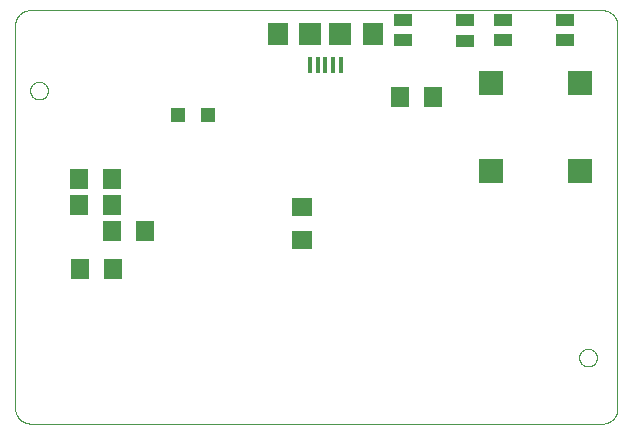
<source format=gbp>
G75*
%MOIN*%
%OFA0B0*%
%FSLAX25Y25*%
%IPPOS*%
%LPD*%
%AMOC8*
5,1,8,0,0,1.08239X$1,22.5*
%
%ADD10C,0.00000*%
%ADD11R,0.06299X0.07087*%
%ADD12R,0.01378X0.05512*%
%ADD13R,0.07087X0.07480*%
%ADD14R,0.07480X0.07480*%
%ADD15R,0.05000X0.05000*%
%ADD16R,0.08000X0.08000*%
%ADD17R,0.06000X0.04000*%
%ADD18R,0.07087X0.06299*%
D10*
X0012311Y0006800D02*
X0202587Y0006800D01*
X0202727Y0006802D01*
X0202867Y0006808D01*
X0203007Y0006818D01*
X0203147Y0006831D01*
X0203286Y0006849D01*
X0203425Y0006871D01*
X0203562Y0006896D01*
X0203700Y0006925D01*
X0203836Y0006958D01*
X0203971Y0006995D01*
X0204105Y0007036D01*
X0204238Y0007081D01*
X0204370Y0007129D01*
X0204500Y0007181D01*
X0204629Y0007236D01*
X0204756Y0007295D01*
X0204882Y0007358D01*
X0205006Y0007424D01*
X0205127Y0007493D01*
X0205247Y0007566D01*
X0205365Y0007643D01*
X0205480Y0007722D01*
X0205594Y0007805D01*
X0205704Y0007891D01*
X0205813Y0007980D01*
X0205919Y0008072D01*
X0206022Y0008167D01*
X0206123Y0008264D01*
X0206220Y0008365D01*
X0206315Y0008468D01*
X0206407Y0008574D01*
X0206496Y0008683D01*
X0206582Y0008793D01*
X0206665Y0008907D01*
X0206744Y0009022D01*
X0206821Y0009140D01*
X0206894Y0009260D01*
X0206963Y0009381D01*
X0207029Y0009505D01*
X0207092Y0009631D01*
X0207151Y0009758D01*
X0207206Y0009887D01*
X0207258Y0010017D01*
X0207306Y0010149D01*
X0207351Y0010282D01*
X0207392Y0010416D01*
X0207429Y0010551D01*
X0207462Y0010687D01*
X0207491Y0010825D01*
X0207516Y0010962D01*
X0207538Y0011101D01*
X0207556Y0011240D01*
X0207569Y0011380D01*
X0207579Y0011520D01*
X0207585Y0011660D01*
X0207587Y0011800D01*
X0207587Y0139595D01*
X0207585Y0139735D01*
X0207579Y0139875D01*
X0207569Y0140015D01*
X0207556Y0140155D01*
X0207538Y0140294D01*
X0207516Y0140433D01*
X0207491Y0140570D01*
X0207462Y0140708D01*
X0207429Y0140844D01*
X0207392Y0140979D01*
X0207351Y0141113D01*
X0207306Y0141246D01*
X0207258Y0141378D01*
X0207206Y0141508D01*
X0207151Y0141637D01*
X0207092Y0141764D01*
X0207029Y0141890D01*
X0206963Y0142014D01*
X0206894Y0142135D01*
X0206821Y0142255D01*
X0206744Y0142373D01*
X0206665Y0142488D01*
X0206582Y0142602D01*
X0206496Y0142712D01*
X0206407Y0142821D01*
X0206315Y0142927D01*
X0206220Y0143030D01*
X0206123Y0143131D01*
X0206022Y0143228D01*
X0205919Y0143323D01*
X0205813Y0143415D01*
X0205704Y0143504D01*
X0205594Y0143590D01*
X0205480Y0143673D01*
X0205365Y0143752D01*
X0205247Y0143829D01*
X0205127Y0143902D01*
X0205006Y0143971D01*
X0204882Y0144037D01*
X0204756Y0144100D01*
X0204629Y0144159D01*
X0204500Y0144214D01*
X0204370Y0144266D01*
X0204238Y0144314D01*
X0204105Y0144359D01*
X0203971Y0144400D01*
X0203836Y0144437D01*
X0203700Y0144470D01*
X0203562Y0144499D01*
X0203425Y0144524D01*
X0203286Y0144546D01*
X0203147Y0144564D01*
X0203007Y0144577D01*
X0202867Y0144587D01*
X0202727Y0144593D01*
X0202587Y0144595D01*
X0011819Y0144595D01*
X0011678Y0144593D01*
X0011538Y0144588D01*
X0011397Y0144578D01*
X0011257Y0144564D01*
X0011117Y0144547D01*
X0010978Y0144526D01*
X0010839Y0144500D01*
X0010702Y0144471D01*
X0010565Y0144438D01*
X0010429Y0144401D01*
X0010294Y0144360D01*
X0010160Y0144316D01*
X0010028Y0144268D01*
X0009897Y0144216D01*
X0009768Y0144160D01*
X0009640Y0144101D01*
X0009514Y0144038D01*
X0009389Y0143972D01*
X0009267Y0143902D01*
X0009147Y0143829D01*
X0009029Y0143752D01*
X0008913Y0143673D01*
X0008799Y0143590D01*
X0008687Y0143503D01*
X0008578Y0143414D01*
X0008472Y0143322D01*
X0008368Y0143226D01*
X0008267Y0143128D01*
X0008169Y0143027D01*
X0008074Y0142924D01*
X0007982Y0142817D01*
X0007892Y0142708D01*
X0007806Y0142597D01*
X0007723Y0142483D01*
X0007643Y0142367D01*
X0007567Y0142249D01*
X0007493Y0142129D01*
X0007424Y0142006D01*
X0007357Y0141882D01*
X0007294Y0141756D01*
X0007235Y0141628D01*
X0007180Y0141499D01*
X0007128Y0141368D01*
X0007079Y0141236D01*
X0007035Y0141102D01*
X0006994Y0140967D01*
X0006957Y0140831D01*
X0006924Y0140694D01*
X0006895Y0140557D01*
X0006870Y0140418D01*
X0006848Y0140279D01*
X0006831Y0140139D01*
X0006817Y0139999D01*
X0006807Y0139858D01*
X0006802Y0139718D01*
X0006800Y0139577D01*
X0006800Y0011780D01*
X0006810Y0011636D01*
X0006823Y0011492D01*
X0006841Y0011348D01*
X0006862Y0011205D01*
X0006888Y0011063D01*
X0006917Y0010921D01*
X0006950Y0010780D01*
X0006987Y0010641D01*
X0007028Y0010502D01*
X0007073Y0010364D01*
X0007121Y0010228D01*
X0007173Y0010093D01*
X0007229Y0009959D01*
X0007289Y0009828D01*
X0007352Y0009697D01*
X0007418Y0009569D01*
X0007488Y0009442D01*
X0007562Y0009318D01*
X0007639Y0009195D01*
X0007719Y0009075D01*
X0007803Y0008957D01*
X0007890Y0008841D01*
X0007980Y0008728D01*
X0008073Y0008617D01*
X0008169Y0008509D01*
X0008268Y0008404D01*
X0008370Y0008301D01*
X0008474Y0008201D01*
X0008581Y0008104D01*
X0008691Y0008010D01*
X0008804Y0007919D01*
X0008919Y0007831D01*
X0009036Y0007747D01*
X0009156Y0007665D01*
X0009278Y0007587D01*
X0009402Y0007512D01*
X0009527Y0007441D01*
X0009655Y0007373D01*
X0009785Y0007309D01*
X0009916Y0007249D01*
X0010049Y0007192D01*
X0010184Y0007138D01*
X0010320Y0007089D01*
X0010457Y0007043D01*
X0010595Y0007001D01*
X0010735Y0006963D01*
X0010875Y0006928D01*
X0011017Y0006898D01*
X0011159Y0006871D01*
X0011302Y0006848D01*
X0011445Y0006830D01*
X0011589Y0006815D01*
X0011733Y0006804D01*
X0011878Y0006797D01*
X0012022Y0006794D01*
X0012167Y0006795D01*
X0012312Y0006800D01*
X0194847Y0028800D02*
X0194849Y0028908D01*
X0194855Y0029017D01*
X0194865Y0029125D01*
X0194879Y0029232D01*
X0194897Y0029339D01*
X0194918Y0029446D01*
X0194944Y0029551D01*
X0194974Y0029656D01*
X0195007Y0029759D01*
X0195044Y0029861D01*
X0195085Y0029961D01*
X0195129Y0030060D01*
X0195178Y0030158D01*
X0195229Y0030253D01*
X0195284Y0030346D01*
X0195343Y0030438D01*
X0195405Y0030527D01*
X0195470Y0030614D01*
X0195538Y0030698D01*
X0195609Y0030780D01*
X0195683Y0030859D01*
X0195760Y0030935D01*
X0195840Y0031009D01*
X0195923Y0031079D01*
X0196008Y0031147D01*
X0196095Y0031211D01*
X0196185Y0031272D01*
X0196277Y0031330D01*
X0196371Y0031384D01*
X0196467Y0031435D01*
X0196564Y0031482D01*
X0196664Y0031526D01*
X0196765Y0031566D01*
X0196867Y0031602D01*
X0196970Y0031634D01*
X0197075Y0031663D01*
X0197181Y0031687D01*
X0197287Y0031708D01*
X0197394Y0031725D01*
X0197502Y0031738D01*
X0197610Y0031747D01*
X0197719Y0031752D01*
X0197827Y0031753D01*
X0197936Y0031750D01*
X0198044Y0031743D01*
X0198152Y0031732D01*
X0198259Y0031717D01*
X0198366Y0031698D01*
X0198472Y0031675D01*
X0198577Y0031649D01*
X0198682Y0031618D01*
X0198784Y0031584D01*
X0198886Y0031546D01*
X0198986Y0031504D01*
X0199085Y0031459D01*
X0199182Y0031410D01*
X0199276Y0031357D01*
X0199369Y0031301D01*
X0199460Y0031242D01*
X0199549Y0031179D01*
X0199635Y0031114D01*
X0199719Y0031045D01*
X0199800Y0030973D01*
X0199878Y0030898D01*
X0199954Y0030820D01*
X0200027Y0030739D01*
X0200097Y0030656D01*
X0200163Y0030571D01*
X0200227Y0030483D01*
X0200287Y0030392D01*
X0200344Y0030300D01*
X0200397Y0030205D01*
X0200447Y0030109D01*
X0200493Y0030011D01*
X0200536Y0029911D01*
X0200575Y0029810D01*
X0200610Y0029707D01*
X0200642Y0029604D01*
X0200669Y0029499D01*
X0200693Y0029393D01*
X0200713Y0029286D01*
X0200729Y0029179D01*
X0200741Y0029071D01*
X0200749Y0028963D01*
X0200753Y0028854D01*
X0200753Y0028746D01*
X0200749Y0028637D01*
X0200741Y0028529D01*
X0200729Y0028421D01*
X0200713Y0028314D01*
X0200693Y0028207D01*
X0200669Y0028101D01*
X0200642Y0027996D01*
X0200610Y0027893D01*
X0200575Y0027790D01*
X0200536Y0027689D01*
X0200493Y0027589D01*
X0200447Y0027491D01*
X0200397Y0027395D01*
X0200344Y0027300D01*
X0200287Y0027208D01*
X0200227Y0027117D01*
X0200163Y0027029D01*
X0200097Y0026944D01*
X0200027Y0026861D01*
X0199954Y0026780D01*
X0199878Y0026702D01*
X0199800Y0026627D01*
X0199719Y0026555D01*
X0199635Y0026486D01*
X0199549Y0026421D01*
X0199460Y0026358D01*
X0199369Y0026299D01*
X0199277Y0026243D01*
X0199182Y0026190D01*
X0199085Y0026141D01*
X0198986Y0026096D01*
X0198886Y0026054D01*
X0198784Y0026016D01*
X0198682Y0025982D01*
X0198577Y0025951D01*
X0198472Y0025925D01*
X0198366Y0025902D01*
X0198259Y0025883D01*
X0198152Y0025868D01*
X0198044Y0025857D01*
X0197936Y0025850D01*
X0197827Y0025847D01*
X0197719Y0025848D01*
X0197610Y0025853D01*
X0197502Y0025862D01*
X0197394Y0025875D01*
X0197287Y0025892D01*
X0197181Y0025913D01*
X0197075Y0025937D01*
X0196970Y0025966D01*
X0196867Y0025998D01*
X0196765Y0026034D01*
X0196664Y0026074D01*
X0196564Y0026118D01*
X0196467Y0026165D01*
X0196371Y0026216D01*
X0196277Y0026270D01*
X0196185Y0026328D01*
X0196095Y0026389D01*
X0196008Y0026453D01*
X0195923Y0026521D01*
X0195840Y0026591D01*
X0195760Y0026665D01*
X0195683Y0026741D01*
X0195609Y0026820D01*
X0195538Y0026902D01*
X0195470Y0026986D01*
X0195405Y0027073D01*
X0195343Y0027162D01*
X0195284Y0027254D01*
X0195229Y0027347D01*
X0195178Y0027442D01*
X0195129Y0027540D01*
X0195085Y0027639D01*
X0195044Y0027739D01*
X0195007Y0027841D01*
X0194974Y0027944D01*
X0194944Y0028049D01*
X0194918Y0028154D01*
X0194897Y0028261D01*
X0194879Y0028368D01*
X0194865Y0028475D01*
X0194855Y0028583D01*
X0194849Y0028692D01*
X0194847Y0028800D01*
X0011847Y0117800D02*
X0011849Y0117908D01*
X0011855Y0118017D01*
X0011865Y0118125D01*
X0011879Y0118232D01*
X0011897Y0118339D01*
X0011918Y0118446D01*
X0011944Y0118551D01*
X0011974Y0118656D01*
X0012007Y0118759D01*
X0012044Y0118861D01*
X0012085Y0118961D01*
X0012129Y0119060D01*
X0012178Y0119158D01*
X0012229Y0119253D01*
X0012284Y0119346D01*
X0012343Y0119438D01*
X0012405Y0119527D01*
X0012470Y0119614D01*
X0012538Y0119698D01*
X0012609Y0119780D01*
X0012683Y0119859D01*
X0012760Y0119935D01*
X0012840Y0120009D01*
X0012923Y0120079D01*
X0013008Y0120147D01*
X0013095Y0120211D01*
X0013185Y0120272D01*
X0013277Y0120330D01*
X0013371Y0120384D01*
X0013467Y0120435D01*
X0013564Y0120482D01*
X0013664Y0120526D01*
X0013765Y0120566D01*
X0013867Y0120602D01*
X0013970Y0120634D01*
X0014075Y0120663D01*
X0014181Y0120687D01*
X0014287Y0120708D01*
X0014394Y0120725D01*
X0014502Y0120738D01*
X0014610Y0120747D01*
X0014719Y0120752D01*
X0014827Y0120753D01*
X0014936Y0120750D01*
X0015044Y0120743D01*
X0015152Y0120732D01*
X0015259Y0120717D01*
X0015366Y0120698D01*
X0015472Y0120675D01*
X0015577Y0120649D01*
X0015682Y0120618D01*
X0015784Y0120584D01*
X0015886Y0120546D01*
X0015986Y0120504D01*
X0016085Y0120459D01*
X0016182Y0120410D01*
X0016276Y0120357D01*
X0016369Y0120301D01*
X0016460Y0120242D01*
X0016549Y0120179D01*
X0016635Y0120114D01*
X0016719Y0120045D01*
X0016800Y0119973D01*
X0016878Y0119898D01*
X0016954Y0119820D01*
X0017027Y0119739D01*
X0017097Y0119656D01*
X0017163Y0119571D01*
X0017227Y0119483D01*
X0017287Y0119392D01*
X0017344Y0119300D01*
X0017397Y0119205D01*
X0017447Y0119109D01*
X0017493Y0119011D01*
X0017536Y0118911D01*
X0017575Y0118810D01*
X0017610Y0118707D01*
X0017642Y0118604D01*
X0017669Y0118499D01*
X0017693Y0118393D01*
X0017713Y0118286D01*
X0017729Y0118179D01*
X0017741Y0118071D01*
X0017749Y0117963D01*
X0017753Y0117854D01*
X0017753Y0117746D01*
X0017749Y0117637D01*
X0017741Y0117529D01*
X0017729Y0117421D01*
X0017713Y0117314D01*
X0017693Y0117207D01*
X0017669Y0117101D01*
X0017642Y0116996D01*
X0017610Y0116893D01*
X0017575Y0116790D01*
X0017536Y0116689D01*
X0017493Y0116589D01*
X0017447Y0116491D01*
X0017397Y0116395D01*
X0017344Y0116300D01*
X0017287Y0116208D01*
X0017227Y0116117D01*
X0017163Y0116029D01*
X0017097Y0115944D01*
X0017027Y0115861D01*
X0016954Y0115780D01*
X0016878Y0115702D01*
X0016800Y0115627D01*
X0016719Y0115555D01*
X0016635Y0115486D01*
X0016549Y0115421D01*
X0016460Y0115358D01*
X0016369Y0115299D01*
X0016277Y0115243D01*
X0016182Y0115190D01*
X0016085Y0115141D01*
X0015986Y0115096D01*
X0015886Y0115054D01*
X0015784Y0115016D01*
X0015682Y0114982D01*
X0015577Y0114951D01*
X0015472Y0114925D01*
X0015366Y0114902D01*
X0015259Y0114883D01*
X0015152Y0114868D01*
X0015044Y0114857D01*
X0014936Y0114850D01*
X0014827Y0114847D01*
X0014719Y0114848D01*
X0014610Y0114853D01*
X0014502Y0114862D01*
X0014394Y0114875D01*
X0014287Y0114892D01*
X0014181Y0114913D01*
X0014075Y0114937D01*
X0013970Y0114966D01*
X0013867Y0114998D01*
X0013765Y0115034D01*
X0013664Y0115074D01*
X0013564Y0115118D01*
X0013467Y0115165D01*
X0013371Y0115216D01*
X0013277Y0115270D01*
X0013185Y0115328D01*
X0013095Y0115389D01*
X0013008Y0115453D01*
X0012923Y0115521D01*
X0012840Y0115591D01*
X0012760Y0115665D01*
X0012683Y0115741D01*
X0012609Y0115820D01*
X0012538Y0115902D01*
X0012470Y0115986D01*
X0012405Y0116073D01*
X0012343Y0116162D01*
X0012284Y0116254D01*
X0012229Y0116347D01*
X0012178Y0116442D01*
X0012129Y0116540D01*
X0012085Y0116639D01*
X0012044Y0116739D01*
X0012007Y0116841D01*
X0011974Y0116944D01*
X0011944Y0117049D01*
X0011918Y0117154D01*
X0011897Y0117261D01*
X0011879Y0117368D01*
X0011865Y0117475D01*
X0011855Y0117583D01*
X0011849Y0117692D01*
X0011847Y0117800D01*
D11*
X0028188Y0088257D03*
X0039212Y0088257D03*
X0039212Y0079698D03*
X0039188Y0071055D03*
X0050212Y0071055D03*
X0039462Y0058350D03*
X0028438Y0058350D03*
X0028188Y0079698D03*
X0135038Y0115800D03*
X0146062Y0115800D03*
D12*
X0115343Y0126288D03*
X0112784Y0126288D03*
X0110225Y0126288D03*
X0107666Y0126288D03*
X0105107Y0126288D03*
D13*
X0094477Y0136721D03*
X0125973Y0136721D03*
D14*
X0115225Y0136721D03*
X0105225Y0136721D03*
D15*
X0071272Y0109571D03*
X0061272Y0109571D03*
D16*
X0165535Y0120500D03*
X0195063Y0120500D03*
X0195063Y0090972D03*
X0165535Y0090972D03*
D17*
X0169302Y0134840D03*
X0156938Y0134490D03*
X0156938Y0141190D03*
X0169302Y0141440D03*
X0190102Y0141440D03*
X0190102Y0134740D03*
X0136138Y0134590D03*
X0136138Y0141190D03*
D18*
X0102515Y0079013D03*
X0102515Y0067989D03*
M02*

</source>
